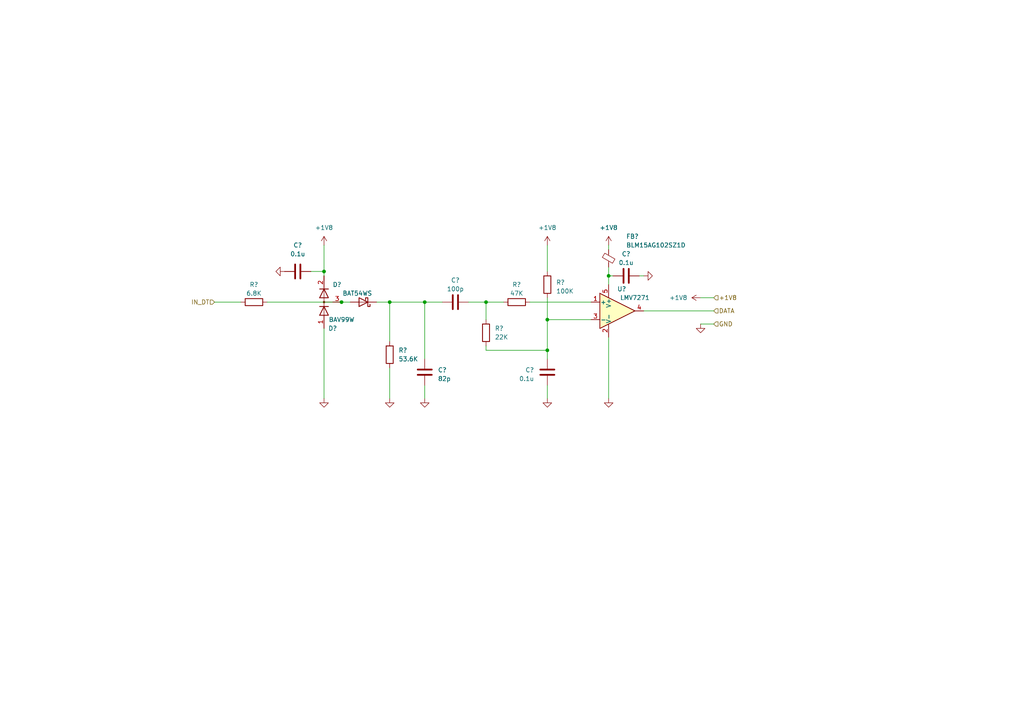
<source format=kicad_sch>
(kicad_sch (version 20230409) (generator eeschema)

  (uuid e71cbde1-8d43-4450-8a5d-ad6ba7566a5d)

  (paper "A4")

  (lib_symbols
    (symbol "Comparator:LMV7271" (pin_names (offset 0.127)) (in_bom yes) (on_board yes)
      (property "Reference" "U" (at 1.27 5.08 0)
        (effects (font (size 1.27 1.27)))
      )
      (property "Value" "LMV7271" (at 3.81 -5.08 0)
        (effects (font (size 1.27 1.27)))
      )
      (property "Footprint" "" (at 0 2.54 0)
        (effects (font (size 1.27 1.27)) hide)
      )
      (property "Datasheet" "http://www.ti.com/lit/ds/symlink/lmv7271.pdf" (at 0 5.08 0)
        (effects (font (size 1.27 1.27)) hide)
      )
      (property "ki_keywords" "cmp" (at 0 0 0)
        (effects (font (size 1.27 1.27)) hide)
      )
      (property "ki_description" "Single, 1.8V Low Power, Rail-to-Rail Input, Push-Pull Output Comparator, SOT-23-5/SC-70-5" (at 0 0 0)
        (effects (font (size 1.27 1.27)) hide)
      )
      (property "ki_fp_filters" "SOT?23* *SC?70*" (at 0 0 0)
        (effects (font (size 1.27 1.27)) hide)
      )
      (symbol "LMV7271_0_1"
        (polyline
          (pts
            (xy -5.08 5.08)
            (xy 5.08 0)
            (xy -5.08 -5.08)
            (xy -5.08 5.08)
          )
          (stroke (width 0.254) (type default))
          (fill (type background))
        )
      )
      (symbol "LMV7271_1_1"
        (pin input line (at -7.62 2.54 0) (length 2.54)
          (name "+" (effects (font (size 1.27 1.27))))
          (number "1" (effects (font (size 1.27 1.27))))
        )
        (pin power_in line (at -2.54 -7.62 90) (length 3.81)
          (name "V-" (effects (font (size 1.27 1.27))))
          (number "2" (effects (font (size 1.27 1.27))))
        )
        (pin input line (at -7.62 -2.54 0) (length 2.54)
          (name "-" (effects (font (size 1.27 1.27))))
          (number "3" (effects (font (size 1.27 1.27))))
        )
        (pin output line (at 7.62 0 180) (length 2.54)
          (name "~" (effects (font (size 1.27 1.27))))
          (number "4" (effects (font (size 1.27 1.27))))
        )
        (pin power_in line (at -2.54 7.62 270) (length 3.81)
          (name "V+" (effects (font (size 1.27 1.27))))
          (number "5" (effects (font (size 1.27 1.27))))
        )
      )
    )
    (symbol "Device:C" (pin_numbers hide) (pin_names (offset 0.254)) (in_bom yes) (on_board yes)
      (property "Reference" "C" (at 0.635 2.54 0)
        (effects (font (size 1.27 1.27)) (justify left))
      )
      (property "Value" "C" (at 0.635 -2.54 0)
        (effects (font (size 1.27 1.27)) (justify left))
      )
      (property "Footprint" "" (at 0.9652 -3.81 0)
        (effects (font (size 1.27 1.27)) hide)
      )
      (property "Datasheet" "~" (at 0 0 0)
        (effects (font (size 1.27 1.27)) hide)
      )
      (property "ki_keywords" "cap capacitor" (at 0 0 0)
        (effects (font (size 1.27 1.27)) hide)
      )
      (property "ki_description" "Unpolarized capacitor" (at 0 0 0)
        (effects (font (size 1.27 1.27)) hide)
      )
      (property "ki_fp_filters" "C_*" (at 0 0 0)
        (effects (font (size 1.27 1.27)) hide)
      )
      (symbol "C_0_1"
        (polyline
          (pts
            (xy -2.032 -0.762)
            (xy 2.032 -0.762)
          )
          (stroke (width 0.508) (type default))
          (fill (type none))
        )
        (polyline
          (pts
            (xy -2.032 0.762)
            (xy 2.032 0.762)
          )
          (stroke (width 0.508) (type default))
          (fill (type none))
        )
      )
      (symbol "C_1_1"
        (pin passive line (at 0 3.81 270) (length 2.794)
          (name "~" (effects (font (size 1.27 1.27))))
          (number "1" (effects (font (size 1.27 1.27))))
        )
        (pin passive line (at 0 -3.81 90) (length 2.794)
          (name "~" (effects (font (size 1.27 1.27))))
          (number "2" (effects (font (size 1.27 1.27))))
        )
      )
    )
    (symbol "Device:D_Dual_Series_AKC" (pin_names (offset 0.762) hide) (in_bom yes) (on_board yes)
      (property "Reference" "D" (at 1.27 -2.54 0)
        (effects (font (size 1.27 1.27)))
      )
      (property "Value" "D_Dual_Series_AKC" (at 0 2.54 0)
        (effects (font (size 1.27 1.27)))
      )
      (property "Footprint" "" (at 0 0 0)
        (effects (font (size 1.27 1.27)) hide)
      )
      (property "Datasheet" "~" (at 0 0 0)
        (effects (font (size 1.27 1.27)) hide)
      )
      (property "ki_keywords" "diode" (at 0 0 0)
        (effects (font (size 1.27 1.27)) hide)
      )
      (property "ki_description" "Dual diode, anode/cathode/center" (at 0 0 0)
        (effects (font (size 1.27 1.27)) hide)
      )
      (symbol "D_Dual_Series_AKC_0_1"
        (polyline
          (pts
            (xy -3.81 0)
            (xy 3.81 0)
          )
          (stroke (width 0) (type default))
          (fill (type none))
        )
        (polyline
          (pts
            (xy 0 0)
            (xy 0 -2.54)
          )
          (stroke (width 0) (type default))
          (fill (type none))
        )
        (polyline
          (pts
            (xy 6.35 0)
            (xy 7.62 0)
          )
          (stroke (width 0) (type default))
          (fill (type none))
        )
        (polyline
          (pts
            (xy -1.27 -1.27)
            (xy -1.27 1.27)
            (xy -1.27 1.27)
          )
          (stroke (width 0.254) (type default))
          (fill (type none))
        )
        (polyline
          (pts
            (xy 3.81 1.27)
            (xy 3.81 -1.27)
            (xy 3.81 -1.27)
          )
          (stroke (width 0.254) (type default))
          (fill (type none))
        )
        (polyline
          (pts
            (xy -3.81 1.27)
            (xy -1.27 0)
            (xy -3.81 -1.27)
            (xy -3.81 1.27)
            (xy -3.81 1.27)
            (xy -3.81 1.27)
          )
          (stroke (width 0.254) (type default))
          (fill (type none))
        )
        (polyline
          (pts
            (xy 1.27 1.27)
            (xy 3.81 0)
            (xy 1.27 -1.27)
            (xy 1.27 1.27)
            (xy 1.27 1.27)
            (xy 1.27 1.27)
          )
          (stroke (width 0.254) (type default))
          (fill (type none))
        )
        (circle (center 0 0) (radius 0.254)
          (stroke (width 0) (type default))
          (fill (type outline))
        )
        (pin passive line (at -7.62 0 0) (length 3.81)
          (name "A" (effects (font (size 1.27 1.27))))
          (number "1" (effects (font (size 1.27 1.27))))
        )
        (pin passive line (at 7.62 0 180) (length 3.81)
          (name "K" (effects (font (size 1.27 1.27))))
          (number "2" (effects (font (size 1.27 1.27))))
        )
        (pin passive line (at 0 -5.08 90) (length 2.54)
          (name "common" (effects (font (size 1.27 1.27))))
          (number "3" (effects (font (size 1.27 1.27))))
        )
      )
    )
    (symbol "Device:D_Schottky" (pin_numbers hide) (pin_names (offset 1.016) hide) (in_bom yes) (on_board yes)
      (property "Reference" "D" (at 0 2.54 0)
        (effects (font (size 1.27 1.27)))
      )
      (property "Value" "D_Schottky" (at 0 -2.54 0)
        (effects (font (size 1.27 1.27)))
      )
      (property "Footprint" "" (at 0 0 0)
        (effects (font (size 1.27 1.27)) hide)
      )
      (property "Datasheet" "~" (at 0 0 0)
        (effects (font (size 1.27 1.27)) hide)
      )
      (property "ki_keywords" "diode Schottky" (at 0 0 0)
        (effects (font (size 1.27 1.27)) hide)
      )
      (property "ki_description" "Schottky diode" (at 0 0 0)
        (effects (font (size 1.27 1.27)) hide)
      )
      (property "ki_fp_filters" "TO-???* *_Diode_* *SingleDiode* D_*" (at 0 0 0)
        (effects (font (size 1.27 1.27)) hide)
      )
      (symbol "D_Schottky_0_1"
        (polyline
          (pts
            (xy 1.27 0)
            (xy -1.27 0)
          )
          (stroke (width 0) (type default))
          (fill (type none))
        )
        (polyline
          (pts
            (xy 1.27 1.27)
            (xy 1.27 -1.27)
            (xy -1.27 0)
            (xy 1.27 1.27)
          )
          (stroke (width 0.254) (type default))
          (fill (type none))
        )
        (polyline
          (pts
            (xy -1.905 0.635)
            (xy -1.905 1.27)
            (xy -1.27 1.27)
            (xy -1.27 -1.27)
            (xy -0.635 -1.27)
            (xy -0.635 -0.635)
          )
          (stroke (width 0.254) (type default))
          (fill (type none))
        )
      )
      (symbol "D_Schottky_1_1"
        (pin passive line (at -3.81 0 0) (length 2.54)
          (name "K" (effects (font (size 1.27 1.27))))
          (number "1" (effects (font (size 1.27 1.27))))
        )
        (pin passive line (at 3.81 0 180) (length 2.54)
          (name "A" (effects (font (size 1.27 1.27))))
          (number "2" (effects (font (size 1.27 1.27))))
        )
      )
    )
    (symbol "Device:FerriteBead_Small" (pin_numbers hide) (pin_names (offset 0)) (in_bom yes) (on_board yes)
      (property "Reference" "FB" (at 1.905 1.27 0)
        (effects (font (size 1.27 1.27)) (justify left))
      )
      (property "Value" "FerriteBead_Small" (at 1.905 -1.27 0)
        (effects (font (size 1.27 1.27)) (justify left))
      )
      (property "Footprint" "" (at -1.778 0 90)
        (effects (font (size 1.27 1.27)) hide)
      )
      (property "Datasheet" "~" (at 0 0 0)
        (effects (font (size 1.27 1.27)) hide)
      )
      (property "ki_keywords" "L ferrite bead inductor filter" (at 0 0 0)
        (effects (font (size 1.27 1.27)) hide)
      )
      (property "ki_description" "Ferrite bead, small symbol" (at 0 0 0)
        (effects (font (size 1.27 1.27)) hide)
      )
      (property "ki_fp_filters" "Inductor_* L_* *Ferrite*" (at 0 0 0)
        (effects (font (size 1.27 1.27)) hide)
      )
      (symbol "FerriteBead_Small_0_1"
        (polyline
          (pts
            (xy 0 -1.27)
            (xy 0 -0.7874)
          )
          (stroke (width 0) (type default))
          (fill (type none))
        )
        (polyline
          (pts
            (xy 0 0.889)
            (xy 0 1.2954)
          )
          (stroke (width 0) (type default))
          (fill (type none))
        )
        (polyline
          (pts
            (xy -1.8288 0.2794)
            (xy -1.1176 1.4986)
            (xy 1.8288 -0.2032)
            (xy 1.1176 -1.4224)
            (xy -1.8288 0.2794)
          )
          (stroke (width 0) (type default))
          (fill (type none))
        )
      )
      (symbol "FerriteBead_Small_1_1"
        (pin passive line (at 0 2.54 270) (length 1.27)
          (name "~" (effects (font (size 1.27 1.27))))
          (number "1" (effects (font (size 1.27 1.27))))
        )
        (pin passive line (at 0 -2.54 90) (length 1.27)
          (name "~" (effects (font (size 1.27 1.27))))
          (number "2" (effects (font (size 1.27 1.27))))
        )
      )
    )
    (symbol "Device:R" (pin_numbers hide) (pin_names (offset 0)) (in_bom yes) (on_board yes)
      (property "Reference" "R" (at 2.032 0 90)
        (effects (font (size 1.27 1.27)))
      )
      (property "Value" "R" (at 0 0 90)
        (effects (font (size 1.27 1.27)))
      )
      (property "Footprint" "" (at -1.778 0 90)
        (effects (font (size 1.27 1.27)) hide)
      )
      (property "Datasheet" "~" (at 0 0 0)
        (effects (font (size 1.27 1.27)) hide)
      )
      (property "ki_keywords" "R res resistor" (at 0 0 0)
        (effects (font (size 1.27 1.27)) hide)
      )
      (property "ki_description" "Resistor" (at 0 0 0)
        (effects (font (size 1.27 1.27)) hide)
      )
      (property "ki_fp_filters" "R_*" (at 0 0 0)
        (effects (font (size 1.27 1.27)) hide)
      )
      (symbol "R_0_1"
        (rectangle (start -1.016 -2.54) (end 1.016 2.54)
          (stroke (width 0.254) (type default))
          (fill (type none))
        )
      )
      (symbol "R_1_1"
        (pin passive line (at 0 3.81 270) (length 1.27)
          (name "~" (effects (font (size 1.27 1.27))))
          (number "1" (effects (font (size 1.27 1.27))))
        )
        (pin passive line (at 0 -3.81 90) (length 1.27)
          (name "~" (effects (font (size 1.27 1.27))))
          (number "2" (effects (font (size 1.27 1.27))))
        )
      )
    )
    (symbol "power:+1V8" (power) (pin_names (offset 0)) (in_bom yes) (on_board yes)
      (property "Reference" "#PWR" (at 0 -3.81 0)
        (effects (font (size 1.27 1.27)) hide)
      )
      (property "Value" "+1V8" (at 0 3.556 0)
        (effects (font (size 1.27 1.27)))
      )
      (property "Footprint" "" (at 0 0 0)
        (effects (font (size 1.27 1.27)) hide)
      )
      (property "Datasheet" "" (at 0 0 0)
        (effects (font (size 1.27 1.27)) hide)
      )
      (property "ki_keywords" "power-flag" (at 0 0 0)
        (effects (font (size 1.27 1.27)) hide)
      )
      (property "ki_description" "Power symbol creates a global label with name \"+1V8\"" (at 0 0 0)
        (effects (font (size 1.27 1.27)) hide)
      )
      (symbol "+1V8_0_1"
        (polyline
          (pts
            (xy -0.762 1.27)
            (xy 0 2.54)
          )
          (stroke (width 0) (type default))
          (fill (type none))
        )
        (polyline
          (pts
            (xy 0 0)
            (xy 0 2.54)
          )
          (stroke (width 0) (type default))
          (fill (type none))
        )
        (polyline
          (pts
            (xy 0 2.54)
            (xy 0.762 1.27)
          )
          (stroke (width 0) (type default))
          (fill (type none))
        )
      )
      (symbol "+1V8_1_1"
        (pin power_in line (at 0 0 90) (length 0) hide
          (name "+1V8" (effects (font (size 1.27 1.27))))
          (number "1" (effects (font (size 1.27 1.27))))
        )
      )
    )
    (symbol "power:GND" (power) (pin_names (offset 0)) (in_bom yes) (on_board yes)
      (property "Reference" "#PWR" (at 0 -6.35 0)
        (effects (font (size 1.27 1.27)) hide)
      )
      (property "Value" "GND" (at 0 -3.81 0)
        (effects (font (size 1.27 1.27)))
      )
      (property "Footprint" "" (at 0 0 0)
        (effects (font (size 1.27 1.27)) hide)
      )
      (property "Datasheet" "" (at 0 0 0)
        (effects (font (size 1.27 1.27)) hide)
      )
      (property "ki_keywords" "power-flag" (at 0 0 0)
        (effects (font (size 1.27 1.27)) hide)
      )
      (property "ki_description" "Power symbol creates a global label with name \"GND\" , ground" (at 0 0 0)
        (effects (font (size 1.27 1.27)) hide)
      )
      (symbol "GND_0_1"
        (polyline
          (pts
            (xy 0 0)
            (xy 0 -1.27)
            (xy 1.27 -1.27)
            (xy 0 -2.54)
            (xy -1.27 -1.27)
            (xy 0 -1.27)
          )
          (stroke (width 0) (type default))
          (fill (type none))
        )
      )
      (symbol "GND_1_1"
        (pin power_in line (at 0 0 270) (length 0) hide
          (name "GND" (effects (font (size 1.27 1.27))))
          (number "1" (effects (font (size 1.27 1.27))))
        )
      )
    )
  )

  (junction (at 123.19 87.63) (diameter 0) (color 0 0 0 0)
    (uuid 00de7870-9a00-4d11-bbdf-d8a627943be2)
  )
  (junction (at 93.98 78.74) (diameter 0) (color 0 0 0 0)
    (uuid 31a1520c-732c-4761-9a7f-e90116d2b726)
  )
  (junction (at 158.75 92.71) (diameter 0) (color 0 0 0 0)
    (uuid 5750a2cc-a6ad-43be-a7ff-e1d86fa9716c)
  )
  (junction (at 113.03 87.63) (diameter 0) (color 0 0 0 0)
    (uuid 737ec7ec-c661-471b-962d-e783af865cd7)
  )
  (junction (at 99.06 87.63) (diameter 0) (color 0 0 0 0)
    (uuid 8080ac33-807c-4867-9595-40dd22b45ce7)
  )
  (junction (at 176.53 80.01) (diameter 0) (color 0 0 0 0)
    (uuid 95fc83f0-a096-44a7-86b0-1580d61ddbaf)
  )
  (junction (at 158.75 101.6) (diameter 0) (color 0 0 0 0)
    (uuid b2b0e782-01ca-45e3-a867-b6752a302df8)
  )
  (junction (at 140.97 87.63) (diameter 0) (color 0 0 0 0)
    (uuid bb20baa0-267e-4287-a6dc-e0210b334bfb)
  )

  (wire (pts (xy 158.75 111.76) (xy 158.75 115.57))
    (stroke (width 0) (type default))
    (uuid 09682c32-04dd-4955-a579-a06f092ea210)
  )
  (wire (pts (xy 113.03 106.68) (xy 113.03 115.57))
    (stroke (width 0) (type default))
    (uuid 0c613798-b279-46df-b30b-bca81e077689)
  )
  (wire (pts (xy 93.98 95.25) (xy 93.98 115.57))
    (stroke (width 0) (type default))
    (uuid 175923ec-6c24-4f44-8b79-a2d24d0d4978)
  )
  (wire (pts (xy 158.75 92.71) (xy 171.45 92.71))
    (stroke (width 0) (type default))
    (uuid 3ed8332b-6701-4ad4-a88d-4390004669f9)
  )
  (wire (pts (xy 176.53 77.47) (xy 176.53 80.01))
    (stroke (width 0) (type default))
    (uuid 466b39ac-32bb-4038-8cba-b26ebf557ff1)
  )
  (wire (pts (xy 140.97 101.6) (xy 158.75 101.6))
    (stroke (width 0) (type default))
    (uuid 477f0438-8e50-4b61-8ad0-191baede91f1)
  )
  (wire (pts (xy 123.19 104.14) (xy 123.19 87.63))
    (stroke (width 0) (type default))
    (uuid 4ac6e9f9-d5f7-411f-b1d5-ef00b897d5b8)
  )
  (wire (pts (xy 158.75 86.36) (xy 158.75 92.71))
    (stroke (width 0) (type default))
    (uuid 4ae980df-f0cd-4325-8f4d-e7c62f833fee)
  )
  (wire (pts (xy 177.8 80.01) (xy 176.53 80.01))
    (stroke (width 0) (type default))
    (uuid 4c438a5a-afd1-419f-bb20-3d1a58db981d)
  )
  (wire (pts (xy 176.53 72.39) (xy 176.53 71.12))
    (stroke (width 0) (type default))
    (uuid 4f0a3459-1fe5-4a37-a87f-e891478e3147)
  )
  (wire (pts (xy 99.06 87.63) (xy 101.6 87.63))
    (stroke (width 0) (type default))
    (uuid 55f4e76f-083a-43f6-a816-846bf5a2468c)
  )
  (wire (pts (xy 140.97 87.63) (xy 146.05 87.63))
    (stroke (width 0) (type default))
    (uuid 580b2420-58e7-413f-9699-c58c126cd0b8)
  )
  (wire (pts (xy 123.19 111.76) (xy 123.19 115.57))
    (stroke (width 0) (type default))
    (uuid 5933404b-400d-4a57-8c62-22f1c0639707)
  )
  (wire (pts (xy 176.53 80.01) (xy 176.53 82.55))
    (stroke (width 0) (type default))
    (uuid 599340d0-610d-4f89-9dcb-9fc7ea2cc61f)
  )
  (wire (pts (xy 109.22 87.63) (xy 113.03 87.63))
    (stroke (width 0) (type default))
    (uuid 60edfdb8-8a1b-401b-891b-c4196f22b6fc)
  )
  (wire (pts (xy 93.98 78.74) (xy 93.98 80.01))
    (stroke (width 0) (type default))
    (uuid 6711c7ea-c737-4090-a961-4158fb0e191b)
  )
  (wire (pts (xy 90.17 78.74) (xy 93.98 78.74))
    (stroke (width 0) (type default))
    (uuid 68718a24-68c9-4a0f-b3b1-72a7e7eafd0e)
  )
  (wire (pts (xy 93.98 71.12) (xy 93.98 78.74))
    (stroke (width 0) (type default))
    (uuid 69279710-c43a-4d8e-a416-c3c9947980a1)
  )
  (wire (pts (xy 153.67 87.63) (xy 171.45 87.63))
    (stroke (width 0) (type default))
    (uuid 6cff9fc6-ea2f-410f-af17-b50630b43eb6)
  )
  (wire (pts (xy 140.97 100.33) (xy 140.97 101.6))
    (stroke (width 0) (type default))
    (uuid 781cfe9d-95b2-4085-b592-26bfa500aa2d)
  )
  (wire (pts (xy 77.47 87.63) (xy 99.06 87.63))
    (stroke (width 0) (type default))
    (uuid 7fd546e3-39c4-4f7d-b06a-c0a686a92755)
  )
  (wire (pts (xy 140.97 87.63) (xy 140.97 92.71))
    (stroke (width 0) (type default))
    (uuid 857d94da-cf0c-4afe-b8b6-75130a2ce4b1)
  )
  (wire (pts (xy 135.89 87.63) (xy 140.97 87.63))
    (stroke (width 0) (type default))
    (uuid 87d98712-f065-4192-ba02-217c72bf1fb9)
  )
  (wire (pts (xy 158.75 92.71) (xy 158.75 101.6))
    (stroke (width 0) (type default))
    (uuid 87db4e01-db2b-433d-a3ac-50499178402a)
  )
  (wire (pts (xy 113.03 87.63) (xy 113.03 99.06))
    (stroke (width 0) (type default))
    (uuid 89a30c68-8f86-4b6f-bc70-6530a84bf042)
  )
  (wire (pts (xy 158.75 71.12) (xy 158.75 78.74))
    (stroke (width 0) (type default))
    (uuid 93a5fefd-2f0f-48f4-8ebf-51924f56fd65)
  )
  (wire (pts (xy 176.53 115.57) (xy 176.53 97.79))
    (stroke (width 0) (type default))
    (uuid a601740a-da63-4364-b9f8-e4e057e0f2c7)
  )
  (wire (pts (xy 203.2 93.98) (xy 207.01 93.98))
    (stroke (width 0) (type default))
    (uuid a659e37b-5a1f-41a1-862d-b260566d645c)
  )
  (wire (pts (xy 158.75 101.6) (xy 158.75 104.14))
    (stroke (width 0) (type default))
    (uuid aba834a0-a671-47da-959f-a218c0c6e1be)
  )
  (wire (pts (xy 203.2 86.36) (xy 207.01 86.36))
    (stroke (width 0) (type default))
    (uuid bd969bde-e0ad-4a07-ae0e-a4ffc09b4df5)
  )
  (wire (pts (xy 123.19 87.63) (xy 128.27 87.63))
    (stroke (width 0) (type default))
    (uuid be30ab90-2e23-4ec0-9ae5-36448abb3732)
  )
  (wire (pts (xy 62.23 87.63) (xy 69.85 87.63))
    (stroke (width 0) (type default))
    (uuid c145811c-51dd-4acb-b97b-e91816b42548)
  )
  (wire (pts (xy 185.42 80.01) (xy 186.69 80.01))
    (stroke (width 0) (type default))
    (uuid c2a18453-508f-4e83-9c96-00e470b9cd54)
  )
  (wire (pts (xy 113.03 87.63) (xy 123.19 87.63))
    (stroke (width 0) (type default))
    (uuid df1ed28d-839f-46f8-9d6d-fa79449015c8)
  )
  (wire (pts (xy 186.69 90.17) (xy 207.01 90.17))
    (stroke (width 0) (type default))
    (uuid f707fa9f-996f-40f3-b25e-a369a8f43124)
  )

  (hierarchical_label "GND" (shape input) (at 207.01 93.98 0) (fields_autoplaced)
    (effects (font (size 1.27 1.27)) (justify left))
    (uuid 57058e79-1a68-4bd3-85ba-7e3809e2ec29)
  )
  (hierarchical_label "+1V8" (shape input) (at 207.01 86.36 0) (fields_autoplaced)
    (effects (font (size 1.27 1.27)) (justify left))
    (uuid 8b6dd13a-5b33-4e54-adce-423cb59c9572)
  )
  (hierarchical_label "IN_DT" (shape input) (at 62.23 87.63 180) (fields_autoplaced)
    (effects (font (size 1.27 1.27)) (justify right))
    (uuid e07f652f-5a49-43ab-9fa2-d99f6298d4ec)
  )
  (hierarchical_label "DATA" (shape input) (at 207.01 90.17 0) (fields_autoplaced)
    (effects (font (size 1.27 1.27)) (justify left))
    (uuid ecc01d8d-8836-461d-9d30-fc02b61a9607)
  )

  (symbol (lib_id "power:+1V8") (at 158.75 71.12 0) (unit 1)
    (in_bom yes) (on_board yes) (dnp no) (fields_autoplaced)
    (uuid 005d9bb1-af66-4ca9-9efa-6590ead6a9ce)
    (property "Reference" "#PWR?" (at 158.75 74.93 0)
      (effects (font (size 1.27 1.27)) hide)
    )
    (property "Value" "+1V8" (at 158.75 66.04 0)
      (effects (font (size 1.27 1.27)))
    )
    (property "Footprint" "" (at 158.75 71.12 0)
      (effects (font (size 1.27 1.27)) hide)
    )
    (property "Datasheet" "" (at 158.75 71.12 0)
      (effects (font (size 1.27 1.27)) hide)
    )
    (pin "1" (uuid 7b812706-b7be-4e6c-befb-1d60694b5a1c))
    (instances
      (project "Kampela"
        (path "/472e0f49-51e5-4b9c-a9f6-6aed0741c677/67eb4c15-878d-4392-8f98-b0db1677ce0d"
          (reference "#PWR?") (unit 1)
        )
      )
      (project "Kampela_E1"
        (path "/f1094595-086c-43ea-a0be-6f801d9d8744/67eb4c15-878d-4392-8f98-b0db1677ce0d"
          (reference "#PWR017") (unit 1)
        )
      )
    )
  )

  (symbol (lib_id "Device:C") (at 181.61 80.01 270) (mirror x) (unit 1)
    (in_bom yes) (on_board yes) (dnp no) (fields_autoplaced)
    (uuid 0d082e3c-d845-4287-b74e-9326d651a4c7)
    (property "Reference" "C?" (at 181.61 73.66 90)
      (effects (font (size 1.27 1.27)))
    )
    (property "Value" "0.1u" (at 181.61 76.2 90)
      (effects (font (size 1.27 1.27)))
    )
    (property "Footprint" "Capacitor_SMD:C_0402_1005Metric" (at 177.8 79.0448 0)
      (effects (font (size 1.27 1.27)) hide)
    )
    (property "Datasheet" "~" (at 181.61 80.01 0)
      (effects (font (size 1.27 1.27)) hide)
    )
    (pin "1" (uuid 71e05782-e375-4157-b8b7-407dec4a1b3d))
    (pin "2" (uuid 263029fc-a5ad-4810-9891-f9ff47ff8f6c))
    (instances
      (project "Kampela"
        (path "/472e0f49-51e5-4b9c-a9f6-6aed0741c677/67eb4c15-878d-4392-8f98-b0db1677ce0d"
          (reference "C?") (unit 1)
        )
      )
      (project "Kampela_E1"
        (path "/f1094595-086c-43ea-a0be-6f801d9d8744/67eb4c15-878d-4392-8f98-b0db1677ce0d"
          (reference "C5") (unit 1)
        )
      )
    )
  )

  (symbol (lib_id "Device:C") (at 123.19 107.95 0) (unit 1)
    (in_bom yes) (on_board yes) (dnp no) (fields_autoplaced)
    (uuid 1eb7f41e-b0c5-465c-95d0-217697737195)
    (property "Reference" "C?" (at 127 107.315 0)
      (effects (font (size 1.27 1.27)) (justify left))
    )
    (property "Value" "82p" (at 127 109.855 0)
      (effects (font (size 1.27 1.27)) (justify left))
    )
    (property "Footprint" "Capacitor_SMD:C_0402_1005Metric" (at 124.1552 111.76 0)
      (effects (font (size 1.27 1.27)) hide)
    )
    (property "Datasheet" "~" (at 123.19 107.95 0)
      (effects (font (size 1.27 1.27)) hide)
    )
    (pin "1" (uuid 3cefa6a2-3b1e-447b-8d99-7f292254d7ae))
    (pin "2" (uuid cf2da188-38d7-4ef0-915d-9fe7c7f9a2d1))
    (instances
      (project "Kampela"
        (path "/472e0f49-51e5-4b9c-a9f6-6aed0741c677/67eb4c15-878d-4392-8f98-b0db1677ce0d"
          (reference "C?") (unit 1)
        )
      )
      (project "Kampela_E1"
        (path "/f1094595-086c-43ea-a0be-6f801d9d8744/67eb4c15-878d-4392-8f98-b0db1677ce0d"
          (reference "C2") (unit 1)
        )
      )
    )
  )

  (symbol (lib_id "Device:D_Schottky") (at 105.41 87.63 180) (unit 1)
    (in_bom yes) (on_board yes) (dnp no)
    (uuid 28ee3c93-1c0e-4fb7-b782-c4da22b06b89)
    (property "Reference" "D?" (at 99.06 82.55 0)
      (effects (font (size 1.27 1.27)) (justify left))
    )
    (property "Value" "BAT54WS" (at 107.95 85.09 0)
      (effects (font (size 1.27 1.27)) (justify left))
    )
    (property "Footprint" "Diode_SMD:D_SOD-323F" (at 105.41 87.63 0)
      (effects (font (size 1.27 1.27)) hide)
    )
    (property "Datasheet" "~" (at 105.41 87.63 0)
      (effects (font (size 1.27 1.27)) hide)
    )
    (pin "1" (uuid 166d4c7e-96ac-452c-b711-b312016d5846))
    (pin "2" (uuid f5575602-0d59-4e45-931c-ac082bf00f04))
    (instances
      (project "Kampela"
        (path "/472e0f49-51e5-4b9c-a9f6-6aed0741c677/67eb4c15-878d-4392-8f98-b0db1677ce0d"
          (reference "D?") (unit 1)
        )
      )
      (project "Kampela_E1"
        (path "/f1094595-086c-43ea-a0be-6f801d9d8744/67eb4c15-878d-4392-8f98-b0db1677ce0d"
          (reference "D2") (unit 1)
        )
      )
    )
  )

  (symbol (lib_id "power:GND") (at 123.19 115.57 0) (unit 1)
    (in_bom yes) (on_board yes) (dnp no) (fields_autoplaced)
    (uuid 292231bf-e921-435a-aa02-0a6e9d2b9094)
    (property "Reference" "#PWR?" (at 123.19 121.92 0)
      (effects (font (size 1.27 1.27)) hide)
    )
    (property "Value" "GND" (at 123.19 120.65 0)
      (effects (font (size 1.27 1.27)) hide)
    )
    (property "Footprint" "" (at 123.19 115.57 0)
      (effects (font (size 1.27 1.27)) hide)
    )
    (property "Datasheet" "" (at 123.19 115.57 0)
      (effects (font (size 1.27 1.27)) hide)
    )
    (pin "1" (uuid 3a2c71e8-a044-42fe-af3c-883d70d602ce))
    (instances
      (project "Kampela"
        (path "/472e0f49-51e5-4b9c-a9f6-6aed0741c677/67eb4c15-878d-4392-8f98-b0db1677ce0d"
          (reference "#PWR?") (unit 1)
        )
      )
      (project "Kampela_E1"
        (path "/f1094595-086c-43ea-a0be-6f801d9d8744/67eb4c15-878d-4392-8f98-b0db1677ce0d"
          (reference "#PWR015") (unit 1)
        )
      )
    )
  )

  (symbol (lib_id "Device:R") (at 149.86 87.63 270) (unit 1)
    (in_bom yes) (on_board yes) (dnp no) (fields_autoplaced)
    (uuid 2ea1de2e-300f-45cd-badb-c52adba861cb)
    (property "Reference" "R?" (at 149.86 82.55 90)
      (effects (font (size 1.27 1.27)))
    )
    (property "Value" "47K" (at 149.86 85.09 90)
      (effects (font (size 1.27 1.27)))
    )
    (property "Footprint" "Resistor_SMD:R_0402_1005Metric" (at 149.86 85.852 90)
      (effects (font (size 1.27 1.27)) hide)
    )
    (property "Datasheet" "~" (at 149.86 87.63 0)
      (effects (font (size 1.27 1.27)) hide)
    )
    (pin "1" (uuid acda1d65-0a0a-4d9d-914a-512c9450b503))
    (pin "2" (uuid 5d8c8369-4cac-4227-900e-bb0fbacfde62))
    (instances
      (project "Kampela"
        (path "/472e0f49-51e5-4b9c-a9f6-6aed0741c677/67eb4c15-878d-4392-8f98-b0db1677ce0d"
          (reference "R?") (unit 1)
        )
      )
      (project "Kampela_E1"
        (path "/f1094595-086c-43ea-a0be-6f801d9d8744/67eb4c15-878d-4392-8f98-b0db1677ce0d"
          (reference "R4") (unit 1)
        )
      )
    )
  )

  (symbol (lib_id "Device:R") (at 140.97 96.52 0) (unit 1)
    (in_bom yes) (on_board yes) (dnp no) (fields_autoplaced)
    (uuid 2f2a7624-ae1d-4119-b117-532864e2761f)
    (property "Reference" "R?" (at 143.51 95.2499 0)
      (effects (font (size 1.27 1.27)) (justify left))
    )
    (property "Value" "22K" (at 143.51 97.7899 0)
      (effects (font (size 1.27 1.27)) (justify left))
    )
    (property "Footprint" "Resistor_SMD:R_0402_1005Metric" (at 139.192 96.52 90)
      (effects (font (size 1.27 1.27)) hide)
    )
    (property "Datasheet" "~" (at 140.97 96.52 0)
      (effects (font (size 1.27 1.27)) hide)
    )
    (pin "1" (uuid 93bc7464-9136-4cd3-8e4d-569fbf51757e))
    (pin "2" (uuid c207dedd-f447-4219-8255-9930cc327cee))
    (instances
      (project "Kampela"
        (path "/472e0f49-51e5-4b9c-a9f6-6aed0741c677/67eb4c15-878d-4392-8f98-b0db1677ce0d"
          (reference "R?") (unit 1)
        )
      )
      (project "Kampela_E1"
        (path "/f1094595-086c-43ea-a0be-6f801d9d8744/67eb4c15-878d-4392-8f98-b0db1677ce0d"
          (reference "R3") (unit 1)
        )
      )
    )
  )

  (symbol (lib_id "Device:C") (at 86.36 78.74 90) (mirror x) (unit 1)
    (in_bom yes) (on_board yes) (dnp no) (fields_autoplaced)
    (uuid 3780c09f-8ebb-4df9-8e79-af661d0ee190)
    (property "Reference" "C?" (at 86.36 71.12 90)
      (effects (font (size 1.27 1.27)))
    )
    (property "Value" "0.1u" (at 86.36 73.66 90)
      (effects (font (size 1.27 1.27)))
    )
    (property "Footprint" "Capacitor_SMD:C_0402_1005Metric" (at 90.17 79.7052 0)
      (effects (font (size 1.27 1.27)) hide)
    )
    (property "Datasheet" "~" (at 86.36 78.74 0)
      (effects (font (size 1.27 1.27)) hide)
    )
    (pin "1" (uuid eff670c4-c50d-46fa-b809-ca5246b7587c))
    (pin "2" (uuid ec1d2d08-7c9c-4fc6-973d-d9cfc20e64fe))
    (instances
      (project "Kampela"
        (path "/472e0f49-51e5-4b9c-a9f6-6aed0741c677/67eb4c15-878d-4392-8f98-b0db1677ce0d"
          (reference "C?") (unit 1)
        )
      )
      (project "Kampela_E1"
        (path "/f1094595-086c-43ea-a0be-6f801d9d8744/67eb4c15-878d-4392-8f98-b0db1677ce0d"
          (reference "C1") (unit 1)
        )
      )
    )
  )

  (symbol (lib_id "power:+1V8") (at 93.98 71.12 0) (unit 1)
    (in_bom yes) (on_board yes) (dnp no) (fields_autoplaced)
    (uuid 4dcda669-cc44-4686-a852-260396226be8)
    (property "Reference" "#PWR?" (at 93.98 74.93 0)
      (effects (font (size 1.27 1.27)) hide)
    )
    (property "Value" "+1V8" (at 93.98 66.04 0)
      (effects (font (size 1.27 1.27)))
    )
    (property "Footprint" "" (at 93.98 71.12 0)
      (effects (font (size 1.27 1.27)) hide)
    )
    (property "Datasheet" "" (at 93.98 71.12 0)
      (effects (font (size 1.27 1.27)) hide)
    )
    (pin "1" (uuid e3d16031-a83f-4974-93e0-480422e020eb))
    (instances
      (project "Kampela"
        (path "/472e0f49-51e5-4b9c-a9f6-6aed0741c677/67eb4c15-878d-4392-8f98-b0db1677ce0d"
          (reference "#PWR?") (unit 1)
        )
      )
      (project "Kampela_E1"
        (path "/f1094595-086c-43ea-a0be-6f801d9d8744/67eb4c15-878d-4392-8f98-b0db1677ce0d"
          (reference "#PWR012") (unit 1)
        )
      )
    )
  )

  (symbol (lib_id "Device:C") (at 158.75 107.95 0) (mirror x) (unit 1)
    (in_bom yes) (on_board yes) (dnp no) (fields_autoplaced)
    (uuid 4e999ff6-0929-4759-af6f-bab575e7e7f5)
    (property "Reference" "C?" (at 154.94 107.315 0)
      (effects (font (size 1.27 1.27)) (justify right))
    )
    (property "Value" "0.1u" (at 154.94 109.855 0)
      (effects (font (size 1.27 1.27)) (justify right))
    )
    (property "Footprint" "Capacitor_SMD:C_0402_1005Metric" (at 159.7152 104.14 0)
      (effects (font (size 1.27 1.27)) hide)
    )
    (property "Datasheet" "~" (at 158.75 107.95 0)
      (effects (font (size 1.27 1.27)) hide)
    )
    (pin "1" (uuid a3c04e7b-4eee-479e-9c77-a78953402051))
    (pin "2" (uuid 8da987b6-5537-4742-8859-ae186fd30a08))
    (instances
      (project "Kampela"
        (path "/472e0f49-51e5-4b9c-a9f6-6aed0741c677/67eb4c15-878d-4392-8f98-b0db1677ce0d"
          (reference "C?") (unit 1)
        )
      )
      (project "Kampela_E1"
        (path "/f1094595-086c-43ea-a0be-6f801d9d8744/67eb4c15-878d-4392-8f98-b0db1677ce0d"
          (reference "C4") (unit 1)
        )
      )
    )
  )

  (symbol (lib_id "Device:C") (at 132.08 87.63 270) (mirror x) (unit 1)
    (in_bom yes) (on_board yes) (dnp no) (fields_autoplaced)
    (uuid 53828eaf-2374-4716-8534-2778c9b7dc42)
    (property "Reference" "C?" (at 132.08 81.28 90)
      (effects (font (size 1.27 1.27)))
    )
    (property "Value" "100p" (at 132.08 83.82 90)
      (effects (font (size 1.27 1.27)))
    )
    (property "Footprint" "Capacitor_SMD:C_0402_1005Metric" (at 128.27 86.6648 0)
      (effects (font (size 1.27 1.27)) hide)
    )
    (property "Datasheet" "~" (at 132.08 87.63 0)
      (effects (font (size 1.27 1.27)) hide)
    )
    (pin "1" (uuid 20327d0e-c4f5-4999-94e5-75d14e334cd7))
    (pin "2" (uuid 0a2119d0-3ffe-4379-b0a0-af3057c274b0))
    (instances
      (project "Kampela"
        (path "/472e0f49-51e5-4b9c-a9f6-6aed0741c677/67eb4c15-878d-4392-8f98-b0db1677ce0d"
          (reference "C?") (unit 1)
        )
      )
      (project "Kampela_E1"
        (path "/f1094595-086c-43ea-a0be-6f801d9d8744/67eb4c15-878d-4392-8f98-b0db1677ce0d"
          (reference "C3") (unit 1)
        )
      )
    )
  )

  (symbol (lib_id "Device:FerriteBead_Small") (at 176.53 74.93 0) (unit 1)
    (in_bom yes) (on_board yes) (dnp no)
    (uuid 554b93bb-0e0d-4678-abef-79187734b1fb)
    (property "Reference" "FB?" (at 181.61 68.58 0)
      (effects (font (size 1.27 1.27)) (justify left))
    )
    (property "Value" "BLM15AG102SZ1D" (at 181.61 71.12 0)
      (effects (font (size 1.27 1.27)) (justify left))
    )
    (property "Footprint" "Inductor_SMD:L_0402_1005Metric" (at 174.752 74.93 90)
      (effects (font (size 1.27 1.27)) hide)
    )
    (property "Datasheet" "~" (at 176.53 74.93 0)
      (effects (font (size 1.27 1.27)) hide)
    )
    (pin "1" (uuid a1d9ed71-35d3-431b-84ee-f9b7de6001fa))
    (pin "2" (uuid 246f4ed6-2a4d-414d-a612-27131b69308b))
    (instances
      (project "Kampela"
        (path "/472e0f49-51e5-4b9c-a9f6-6aed0741c677/67eb4c15-878d-4392-8f98-b0db1677ce0d"
          (reference "FB?") (unit 1)
        )
      )
      (project "Kampela_E1"
        (path "/f1094595-086c-43ea-a0be-6f801d9d8744/67eb4c15-878d-4392-8f98-b0db1677ce0d"
          (reference "FB1") (unit 1)
        )
      )
    )
  )

  (symbol (lib_id "power:GND") (at 93.98 115.57 0) (unit 1)
    (in_bom yes) (on_board yes) (dnp no) (fields_autoplaced)
    (uuid 65015957-0f8a-4a0b-bd71-278bcb4e81ad)
    (property "Reference" "#PWR?" (at 93.98 121.92 0)
      (effects (font (size 1.27 1.27)) hide)
    )
    (property "Value" "GND" (at 93.98 120.65 0)
      (effects (font (size 1.27 1.27)) hide)
    )
    (property "Footprint" "" (at 93.98 115.57 0)
      (effects (font (size 1.27 1.27)) hide)
    )
    (property "Datasheet" "" (at 93.98 115.57 0)
      (effects (font (size 1.27 1.27)) hide)
    )
    (pin "1" (uuid 8bd2d1ef-d9ee-42b3-aaef-74c3c5eef445))
    (instances
      (project "Kampela"
        (path "/472e0f49-51e5-4b9c-a9f6-6aed0741c677/67eb4c15-878d-4392-8f98-b0db1677ce0d"
          (reference "#PWR?") (unit 1)
        )
      )
      (project "Kampela_E1"
        (path "/f1094595-086c-43ea-a0be-6f801d9d8744/67eb4c15-878d-4392-8f98-b0db1677ce0d"
          (reference "#PWR013") (unit 1)
        )
      )
    )
  )

  (symbol (lib_id "power:GND") (at 82.55 78.74 270) (unit 1)
    (in_bom yes) (on_board yes) (dnp no) (fields_autoplaced)
    (uuid 6c02058f-27f7-4342-9b8e-606b9e409101)
    (property "Reference" "#PWR?" (at 76.2 78.74 0)
      (effects (font (size 1.27 1.27)) hide)
    )
    (property "Value" "GND" (at 77.47 78.74 0)
      (effects (font (size 1.27 1.27)) hide)
    )
    (property "Footprint" "" (at 82.55 78.74 0)
      (effects (font (size 1.27 1.27)) hide)
    )
    (property "Datasheet" "" (at 82.55 78.74 0)
      (effects (font (size 1.27 1.27)) hide)
    )
    (pin "1" (uuid 275d2889-bc64-4128-87a8-a36e9b2b8c91))
    (instances
      (project "Kampela"
        (path "/472e0f49-51e5-4b9c-a9f6-6aed0741c677/67eb4c15-878d-4392-8f98-b0db1677ce0d"
          (reference "#PWR?") (unit 1)
        )
      )
      (project "Kampela_E1"
        (path "/f1094595-086c-43ea-a0be-6f801d9d8744/67eb4c15-878d-4392-8f98-b0db1677ce0d"
          (reference "#PWR011") (unit 1)
        )
      )
    )
  )

  (symbol (lib_id "power:GND") (at 186.69 80.01 90) (unit 1)
    (in_bom yes) (on_board yes) (dnp no) (fields_autoplaced)
    (uuid 794f7b33-6144-45df-b0da-a6a1ccb19093)
    (property "Reference" "#PWR?" (at 193.04 80.01 0)
      (effects (font (size 1.27 1.27)) hide)
    )
    (property "Value" "GND" (at 191.77 80.01 0)
      (effects (font (size 1.27 1.27)) hide)
    )
    (property "Footprint" "" (at 186.69 80.01 0)
      (effects (font (size 1.27 1.27)) hide)
    )
    (property "Datasheet" "" (at 186.69 80.01 0)
      (effects (font (size 1.27 1.27)) hide)
    )
    (pin "1" (uuid 646b41f9-05b3-41db-97da-85b7bb6647ca))
    (instances
      (project "Kampela"
        (path "/472e0f49-51e5-4b9c-a9f6-6aed0741c677/67eb4c15-878d-4392-8f98-b0db1677ce0d"
          (reference "#PWR?") (unit 1)
        )
      )
      (project "Kampela_E1"
        (path "/f1094595-086c-43ea-a0be-6f801d9d8744/67eb4c15-878d-4392-8f98-b0db1677ce0d"
          (reference "#PWR021") (unit 1)
        )
      )
    )
  )

  (symbol (lib_id "power:GND") (at 203.2 93.98 0) (unit 1)
    (in_bom yes) (on_board yes) (dnp no) (fields_autoplaced)
    (uuid 8cd6e76f-985f-48b4-8b47-4cd06f281806)
    (property "Reference" "#PWR?" (at 203.2 100.33 0)
      (effects (font (size 1.27 1.27)) hide)
    )
    (property "Value" "GND" (at 203.2 99.06 0)
      (effects (font (size 1.27 1.27)) hide)
    )
    (property "Footprint" "" (at 203.2 93.98 0)
      (effects (font (size 1.27 1.27)) hide)
    )
    (property "Datasheet" "" (at 203.2 93.98 0)
      (effects (font (size 1.27 1.27)) hide)
    )
    (pin "1" (uuid 32f0fd26-2800-4ea0-bd49-04c1550be08b))
    (instances
      (project "Kampela"
        (path "/472e0f49-51e5-4b9c-a9f6-6aed0741c677/67eb4c15-878d-4392-8f98-b0db1677ce0d"
          (reference "#PWR?") (unit 1)
        )
      )
      (project "Kampela_E1"
        (path "/f1094595-086c-43ea-a0be-6f801d9d8744/67eb4c15-878d-4392-8f98-b0db1677ce0d"
          (reference "#PWR091") (unit 1)
        )
      )
    )
  )

  (symbol (lib_id "power:GND") (at 176.53 115.57 0) (unit 1)
    (in_bom yes) (on_board yes) (dnp no) (fields_autoplaced)
    (uuid 8d402518-4fc8-4411-b096-5729b05ee6a0)
    (property "Reference" "#PWR?" (at 176.53 121.92 0)
      (effects (font (size 1.27 1.27)) hide)
    )
    (property "Value" "GND" (at 176.53 120.65 0)
      (effects (font (size 1.27 1.27)) hide)
    )
    (property "Footprint" "" (at 176.53 115.57 0)
      (effects (font (size 1.27 1.27)) hide)
    )
    (property "Datasheet" "" (at 176.53 115.57 0)
      (effects (font (size 1.27 1.27)) hide)
    )
    (pin "1" (uuid b9dfc6c8-1768-47ae-8de7-0728bd5c5d3d))
    (instances
      (project "Kampela"
        (path "/472e0f49-51e5-4b9c-a9f6-6aed0741c677/67eb4c15-878d-4392-8f98-b0db1677ce0d"
          (reference "#PWR?") (unit 1)
        )
      )
      (project "Kampela_E1"
        (path "/f1094595-086c-43ea-a0be-6f801d9d8744/67eb4c15-878d-4392-8f98-b0db1677ce0d"
          (reference "#PWR020") (unit 1)
        )
      )
    )
  )

  (symbol (lib_id "Comparator:LMV7271") (at 179.07 90.17 0) (unit 1)
    (in_bom yes) (on_board yes) (dnp no)
    (uuid 8fe56de5-25ef-4e22-a889-da232d02032d)
    (property "Reference" "U?" (at 180.34 83.82 0)
      (effects (font (size 1.27 1.27)))
    )
    (property "Value" "LMV7271" (at 184.15 86.36 0)
      (effects (font (size 1.27 1.27)))
    )
    (property "Footprint" "Package_TO_SOT_SMD:SOT-353_SC-70-5" (at 179.07 87.63 0)
      (effects (font (size 1.27 1.27)) hide)
    )
    (property "Datasheet" "http://www.ti.com/lit/ds/symlink/lmv7271.pdf" (at 179.07 85.09 0)
      (effects (font (size 1.27 1.27)) hide)
    )
    (pin "1" (uuid 3b36f16f-e17d-42c4-88c7-f51f77ddb59a))
    (pin "2" (uuid a37d5180-00f7-4610-9acc-54e7eb22e4c7))
    (pin "3" (uuid 4399abb4-58f5-4cf8-98ac-83b037389e51))
    (pin "4" (uuid d48486a9-f29b-4728-b780-5c3fbe838079))
    (pin "5" (uuid 2590a9d7-4c53-411c-842e-22955363760f))
    (instances
      (project "Kampela"
        (path "/472e0f49-51e5-4b9c-a9f6-6aed0741c677/67eb4c15-878d-4392-8f98-b0db1677ce0d"
          (reference "U?") (unit 1)
        )
      )
      (project "Kampela_E1"
        (path "/f1094595-086c-43ea-a0be-6f801d9d8744/67eb4c15-878d-4392-8f98-b0db1677ce0d"
          (reference "U1") (unit 1)
        )
      )
    )
  )

  (symbol (lib_id "power:GND") (at 113.03 115.57 0) (unit 1)
    (in_bom yes) (on_board yes) (dnp no) (fields_autoplaced)
    (uuid ae00a833-0ee2-4cac-ba17-c8aa0f553152)
    (property "Reference" "#PWR?" (at 113.03 121.92 0)
      (effects (font (size 1.27 1.27)) hide)
    )
    (property "Value" "GND" (at 113.03 120.65 0)
      (effects (font (size 1.27 1.27)) hide)
    )
    (property "Footprint" "" (at 113.03 115.57 0)
      (effects (font (size 1.27 1.27)) hide)
    )
    (property "Datasheet" "" (at 113.03 115.57 0)
      (effects (font (size 1.27 1.27)) hide)
    )
    (pin "1" (uuid 0a42f56c-f5e8-4b82-9cb5-8e5780969e81))
    (instances
      (project "Kampela"
        (path "/472e0f49-51e5-4b9c-a9f6-6aed0741c677/67eb4c15-878d-4392-8f98-b0db1677ce0d"
          (reference "#PWR?") (unit 1)
        )
      )
      (project "Kampela_E1"
        (path "/f1094595-086c-43ea-a0be-6f801d9d8744/67eb4c15-878d-4392-8f98-b0db1677ce0d"
          (reference "#PWR014") (unit 1)
        )
      )
    )
  )

  (symbol (lib_id "Device:R") (at 73.66 87.63 90) (unit 1)
    (in_bom yes) (on_board yes) (dnp no) (fields_autoplaced)
    (uuid b8b5644f-568b-477e-9c00-a2bcc53e835e)
    (property "Reference" "R?" (at 73.66 82.55 90)
      (effects (font (size 1.27 1.27)))
    )
    (property "Value" "6.8K" (at 73.66 85.09 90)
      (effects (font (size 1.27 1.27)))
    )
    (property "Footprint" "Resistor_SMD:R_0402_1005Metric" (at 73.66 89.408 90)
      (effects (font (size 1.27 1.27)) hide)
    )
    (property "Datasheet" "~" (at 73.66 87.63 0)
      (effects (font (size 1.27 1.27)) hide)
    )
    (pin "1" (uuid 0a4873e1-aaba-4edf-b3ea-9eef45eac607))
    (pin "2" (uuid a7bca8fd-be1d-4eb4-a3c7-c08a5e2effea))
    (instances
      (project "Kampela"
        (path "/472e0f49-51e5-4b9c-a9f6-6aed0741c677/67eb4c15-878d-4392-8f98-b0db1677ce0d"
          (reference "R?") (unit 1)
        )
      )
      (project "Kampela_E1"
        (path "/f1094595-086c-43ea-a0be-6f801d9d8744/67eb4c15-878d-4392-8f98-b0db1677ce0d"
          (reference "R1") (unit 1)
        )
      )
    )
  )

  (symbol (lib_id "Device:R") (at 158.75 82.55 0) (unit 1)
    (in_bom yes) (on_board yes) (dnp no) (fields_autoplaced)
    (uuid c49702c7-476e-4d31-a011-6f23e9227063)
    (property "Reference" "R?" (at 161.29 81.915 0)
      (effects (font (size 1.27 1.27)) (justify left))
    )
    (property "Value" "100K" (at 161.29 84.455 0)
      (effects (font (size 1.27 1.27)) (justify left))
    )
    (property "Footprint" "Resistor_SMD:R_0402_1005Metric" (at 156.972 82.55 90)
      (effects (font (size 1.27 1.27)) hide)
    )
    (property "Datasheet" "~" (at 158.75 82.55 0)
      (effects (font (size 1.27 1.27)) hide)
    )
    (pin "1" (uuid 866fa89a-67d0-4735-89a1-4b2ebea135c2))
    (pin "2" (uuid f0354209-b533-441e-8dff-f2b72219699b))
    (instances
      (project "Kampela"
        (path "/472e0f49-51e5-4b9c-a9f6-6aed0741c677/67eb4c15-878d-4392-8f98-b0db1677ce0d"
          (reference "R?") (unit 1)
        )
      )
      (project "Kampela_E1"
        (path "/f1094595-086c-43ea-a0be-6f801d9d8744/67eb4c15-878d-4392-8f98-b0db1677ce0d"
          (reference "R5") (unit 1)
        )
      )
    )
  )

  (symbol (lib_id "power:GND") (at 158.75 115.57 0) (unit 1)
    (in_bom yes) (on_board yes) (dnp no) (fields_autoplaced)
    (uuid c4becbfc-089b-4fa0-a3a7-2ab9cdff31e6)
    (property "Reference" "#PWR?" (at 158.75 121.92 0)
      (effects (font (size 1.27 1.27)) hide)
    )
    (property "Value" "GND" (at 158.75 120.65 0)
      (effects (font (size 1.27 1.27)) hide)
    )
    (property "Footprint" "" (at 158.75 115.57 0)
      (effects (font (size 1.27 1.27)) hide)
    )
    (property "Datasheet" "" (at 158.75 115.57 0)
      (effects (font (size 1.27 1.27)) hide)
    )
    (pin "1" (uuid 57468050-b99f-4252-b2ba-9c50556f888e))
    (instances
      (project "Kampela"
        (path "/472e0f49-51e5-4b9c-a9f6-6aed0741c677/67eb4c15-878d-4392-8f98-b0db1677ce0d"
          (reference "#PWR?") (unit 1)
        )
      )
      (project "Kampela_E1"
        (path "/f1094595-086c-43ea-a0be-6f801d9d8744/67eb4c15-878d-4392-8f98-b0db1677ce0d"
          (reference "#PWR016") (unit 1)
        )
      )
    )
  )

  (symbol (lib_id "Device:R") (at 113.03 102.87 0) (unit 1)
    (in_bom yes) (on_board yes) (dnp no) (fields_autoplaced)
    (uuid e05b4ecf-dc9d-4b09-a904-2385655e785b)
    (property "Reference" "R?" (at 115.57 101.5999 0)
      (effects (font (size 1.27 1.27)) (justify left))
    )
    (property "Value" "53.6K" (at 115.57 104.1399 0)
      (effects (font (size 1.27 1.27)) (justify left))
    )
    (property "Footprint" "Resistor_SMD:R_0402_1005Metric" (at 111.252 102.87 90)
      (effects (font (size 1.27 1.27)) hide)
    )
    (property "Datasheet" "~" (at 113.03 102.87 0)
      (effects (font (size 1.27 1.27)) hide)
    )
    (pin "1" (uuid 0b44dca6-6439-4205-bfca-3c1f3c19183c))
    (pin "2" (uuid be3a75c9-0a00-4ae1-8e07-d333c91f9ebd))
    (instances
      (project "Kampela"
        (path "/472e0f49-51e5-4b9c-a9f6-6aed0741c677/67eb4c15-878d-4392-8f98-b0db1677ce0d"
          (reference "R?") (unit 1)
        )
      )
      (project "Kampela_E1"
        (path "/f1094595-086c-43ea-a0be-6f801d9d8744/67eb4c15-878d-4392-8f98-b0db1677ce0d"
          (reference "R2") (unit 1)
        )
      )
    )
  )

  (symbol (lib_id "power:+1V8") (at 176.53 71.12 0) (unit 1)
    (in_bom yes) (on_board yes) (dnp no) (fields_autoplaced)
    (uuid e737f7b4-3017-4a48-a198-ecda30bd2ac1)
    (property "Reference" "#PWR?" (at 176.53 74.93 0)
      (effects (font (size 1.27 1.27)) hide)
    )
    (property "Value" "+1V8" (at 176.53 66.04 0)
      (effects (font (size 1.27 1.27)))
    )
    (property "Footprint" "" (at 176.53 71.12 0)
      (effects (font (size 1.27 1.27)) hide)
    )
    (property "Datasheet" "" (at 176.53 71.12 0)
      (effects (font (size 1.27 1.27)) hide)
    )
    (pin "1" (uuid 86e7eb87-3022-40b2-8866-2c44440fd439))
    (instances
      (project "Kampela"
        (path "/472e0f49-51e5-4b9c-a9f6-6aed0741c677/67eb4c15-878d-4392-8f98-b0db1677ce0d"
          (reference "#PWR?") (unit 1)
        )
      )
      (project "Kampela_E1"
        (path "/f1094595-086c-43ea-a0be-6f801d9d8744/67eb4c15-878d-4392-8f98-b0db1677ce0d"
          (reference "#PWR019") (unit 1)
        )
      )
    )
  )

  (symbol (lib_id "Device:D_Dual_Series_AKC") (at 93.98 87.63 90) (unit 1)
    (in_bom yes) (on_board yes) (dnp no)
    (uuid e880020d-9059-4615-8c19-feefdd780aa9)
    (property "Reference" "D?" (at 97.79 95.25 90)
      (effects (font (size 1.27 1.27)) (justify left))
    )
    (property "Value" "BAV99W" (at 102.87 92.71 90)
      (effects (font (size 1.27 1.27)) (justify left))
    )
    (property "Footprint" "Package_TO_SOT_SMD:SOT-323_SC-70" (at 93.98 87.63 0)
      (effects (font (size 1.27 1.27)) hide)
    )
    (property "Datasheet" "~" (at 93.98 87.63 0)
      (effects (font (size 1.27 1.27)) hide)
    )
    (pin "1" (uuid 26352539-7ace-4a67-8f63-51e3c4ef8357))
    (pin "2" (uuid 534b0b37-7a50-4fe5-83f9-fa371a2d00a8))
    (pin "3" (uuid 1747f9fa-5af5-4b66-9b2e-415b4075dc3d))
    (instances
      (project "Kampela"
        (path "/472e0f49-51e5-4b9c-a9f6-6aed0741c677/67eb4c15-878d-4392-8f98-b0db1677ce0d"
          (reference "D?") (unit 1)
        )
      )
      (project "Kampela_E1"
        (path "/f1094595-086c-43ea-a0be-6f801d9d8744/67eb4c15-878d-4392-8f98-b0db1677ce0d"
          (reference "D1") (unit 1)
        )
      )
    )
  )

  (symbol (lib_id "power:+1V8") (at 203.2 86.36 90) (unit 1)
    (in_bom yes) (on_board yes) (dnp no) (fields_autoplaced)
    (uuid f899647b-70c6-42f2-948f-935d3d392e17)
    (property "Reference" "#PWR?" (at 207.01 86.36 0)
      (effects (font (size 1.27 1.27)) hide)
    )
    (property "Value" "+1V8" (at 199.39 86.36 90)
      (effects (font (size 1.27 1.27)) (justify left))
    )
    (property "Footprint" "" (at 203.2 86.36 0)
      (effects (font (size 1.27 1.27)) hide)
    )
    (property "Datasheet" "" (at 203.2 86.36 0)
      (effects (font (size 1.27 1.27)) hide)
    )
    (pin "1" (uuid 9e41c8e9-0474-4a74-9b06-43700840a2c2))
    (instances
      (project "Kampela"
        (path "/472e0f49-51e5-4b9c-a9f6-6aed0741c677/67eb4c15-878d-4392-8f98-b0db1677ce0d"
          (reference "#PWR?") (unit 1)
        )
      )
      (project "Kampela_E1"
        (path "/f1094595-086c-43ea-a0be-6f801d9d8744/67eb4c15-878d-4392-8f98-b0db1677ce0d"
          (reference "#PWR090") (unit 1)
        )
      )
    )
  )
)

</source>
